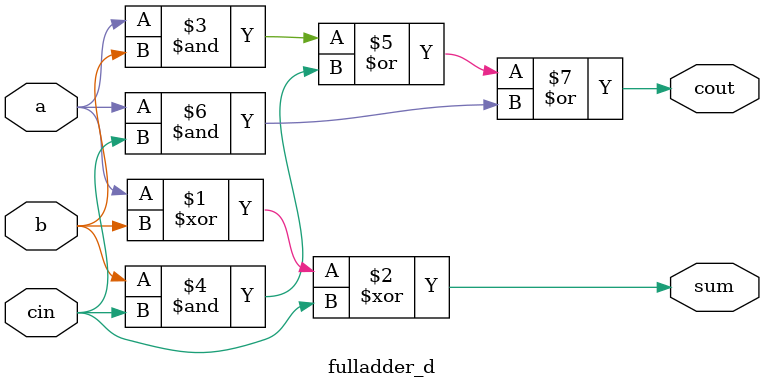
<source format=v>
module fulladder_d(
	input a,
	input b,
	input cin,
	output sum,
	output cout
	);
	 
	assign sum = a^b^cin;
	assign cout = ((a&b)|(b&cin)|(a&cin));
endmodule

</source>
